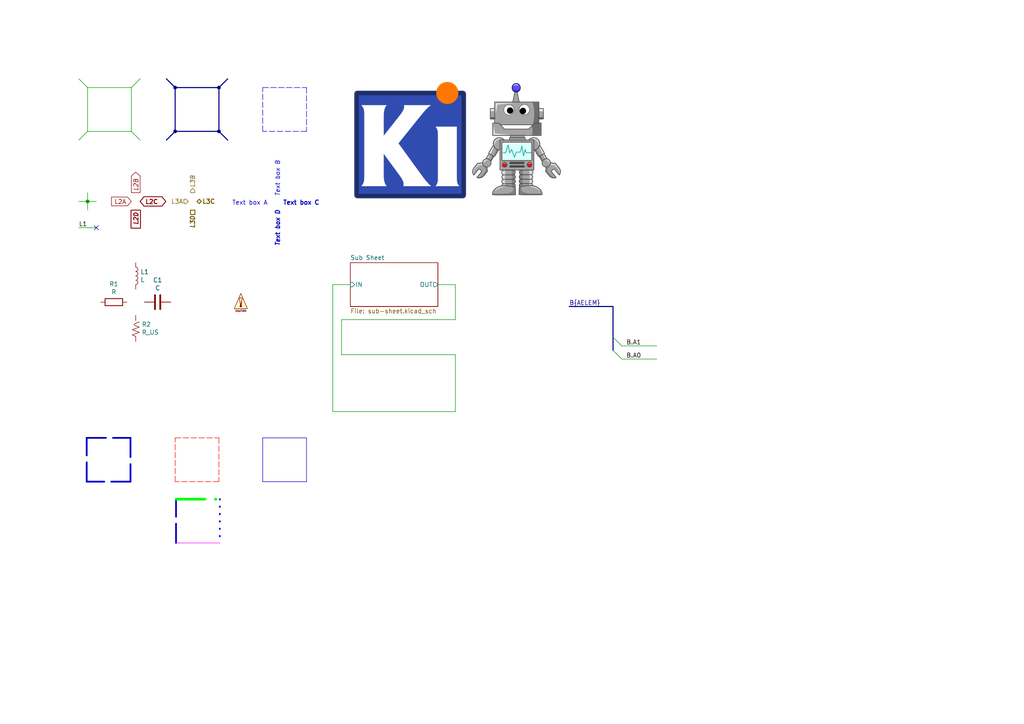
<source format=kicad_sch>
(kicad_sch (version 20211123) (generator eeschema)
  (paper "A4")
  (title_block (title "Title") (date "2020-08-12") (rev "r1B") (company "Company") (comment 1 "Comment 1") (comment 2 "Comment 2") (comment 3 "Comment 3") (comment 4 "@Comment4@"))
  (lib_symbols
    (symbol "Device:C" (pin_numbers hide) (pin_names (offset 0.254))
      (property "Reference" "C" (at 0.635 2.54 0))
      (property "Value" "C" (at 0.635 -2.54 0))
      (symbol "C_0_1"
        (polyline (pts (xy -2.032 -0.762) (xy 2.032 -0.762)) (stroke (width 0.508)))
        (polyline (pts (xy -2.032 0.762) (xy 2.032 0.762)) (stroke (width 0.508)))
      )
      (symbol "C_1_1"
        (pin passive line (at 0 3.81 270) (length 2.794) (name "~") (number "1"))
        (pin passive line (at 0 -3.81 90) (length 2.794) (name "~") (number "2"))
      )
    )
    (symbol "Device:L" (pin_numbers hide) (pin_names (offset 1.016) hide)
      (property "Reference" "L" (at -1.27 0 90))
      (property "Value" "L" (at 1.905 0 90))
      (symbol "L_0_1"
        (arc (start 0 -2.54) (mid 0.635 -1.905) (end 0 -1.27))
        (arc (start 0 -1.27) (mid 0.635 -0.635) (end 0 0))
        (arc (start 0 0) (mid 0.635 0.635) (end 0 1.27))
        (arc (start 0 1.27) (mid 0.635 1.905) (end 0 2.54))
      )
      (symbol "L_1_1"
        (pin passive line (at 0 3.81 270) (length 1.27) (name "1") (number "1"))
        (pin passive line (at 0 -3.81 90) (length 1.27) (name "2") (number "2"))
      )
    )
    (symbol "Device:R_US" (pin_numbers hide) (pin_names (offset 0))
      (property "Reference" "R" (at 2.54 0 90))
      (property "Value" "R_US" (at -2.54 0 90))
      (symbol "R_US_0_0"
        (bezier (pts (xy 0 -0.762) (xy 1.016 -1.143) (xy 0 -1.524) (xy -1.016 -1.905)))
        (polyline (pts (xy 0 -2.286) (xy 0 -2.54)))
        (polyline (pts (xy 0 2.286) (xy 0 2.54)))
        (polyline (pts (xy 0 0.762) (xy 1.016 0.381) (xy 0 0) (xy -1.016 -0.381) (xy 0 -0.762)))
        (polyline (pts (xy 0 2.286) (xy 1.016 1.905) (xy 0 1.524) (xy -1.016 1.143) (xy 0 0.762)))
      )
      (symbol "R_US_1_1"
        (pin passive line (at 0 3.81 270) (length 1.27) (name "~") (number "1"))
        (pin passive line (at 0 -3.81 90) (length 1.27) (name "~") (number "2"))
      )
      (symbol "R_US_1_2"
        (pin passive line (at 0 3.81 270) (length 1.27) (name "~") (number "1"))
        (pin passive line (at 0 -3.81 90) (length 1.27) (name "~") (number "2"))
      )
    )
    (symbol "l1:Resistor" (pin_numbers hide) (pin_names (offset 0))
      (property "Reference" "R" (at 2.032 0 90))
      (property "Value" "Resistor" (at 0 0 90))
      (symbol "Resistor_0_1"
        (rectangle (start -1.016 -2.54) (end 1.016 2.54) (stroke (width 0.254)))
      )
      (symbol "Resistor_1_1"
        (pin passive line (at 0 3.81 270) (length 1.27) (name "~") (number "1"))
        (pin passive line (at 0 -3.81 90) (length 1.27) (name "~") (number "2"))
      )
    )
    (symbol "l1:SYM_CAUTION" (pin_names (offset 1.016))
      (symbol "SYM_CAUTION_0_0"
        (circle (center 0 -1.1684) (radius 0.254) (fill (type outline)))
        (polyline (pts (xy -0.127 -0.762) (xy -0.381 1.016)) (fill (type outline)))
        (polyline (pts (xy -0.127 -0.762) (xy 0.127 -0.762) (xy 0.381 1.016)) (fill (type outline)))
        (polyline (pts (xy -1.27 -1.905) (xy 1.905 -1.905) (xy 0 2.54) (xy -1.905 -1.905) (xy -1.27 -1.905)) (fill (type background)))
        (arc (start 0.381 1.016) (mid 0 1.2906) (end -0.381 1.016))
        (text "CAUTION" (at 0 -2.54 0) (effects (font (size 0.508 0.508) italic)))
      )
    )
  )
  (bus_alias "AELEM" (members "A1" "A0"))
  (junction (at 63.5 25.4))
  (junction (at 63.5 38.1))
  (junction (at 25.4 58.42))
  (junction (at 50.8 38.1))
  (junction (at 50.8 25.4))
  (no_connect (at 27.94 66.04))
  (bus_entry (at 177.8 101.6) (size 2.54 2.54))
  (bus_entry (at 177.8 97.79) (size 2.54 2.54))
  (bus_entry (at 25.4 25.4) (size -2.54 -2.54))
  (bus_entry (at 38.1 38.1) (size 2.54 2.54))
  (bus_entry (at 25.4 38.1) (size -2.54 2.54))
  (bus_entry (at 38.1 25.4) (size 2.54 -2.54))
  (wire (pts (xy 99.06 92.71) (xy 99.06 102.87)))
  (polyline (pts (xy 25.146 127) (xy 37.846 127)) (stroke (width 0.508)))
  (polyline (pts (xy 88.9 25.4) (xy 88.9 38.1)))
  (polyline (pts (xy 37.846 139.7) (xy 25.146 139.7)) (stroke (width 0.508)))
  (wire (pts (xy 38.1 38.1) (xy 25.4 38.1)))
  (polyline (pts (xy 88.9 139.7) (xy 76.2 139.7)) (stroke (width 0) (type solid)))
  (wire (pts (xy 132.08 119.38) (xy 96.52 119.38)))
  (polyline (pts (xy 50.8 139.7) (xy 50.8 127)) (stroke (width 0) (color 255 0 0 1)))
  (polyline (pts (xy 37.846 127) (xy 37.846 139.7)) (stroke (width 0.508)))
  (bus (pts (xy 177.8 88.9) (xy 177.8 97.79)))
  (polyline (pts (xy 76.2 127) (xy 88.9 127)) (stroke (width 0) (type solid)))
  (wire (pts (xy 25.4 58.42) (xy 27.94 58.42)))
  (bus (pts (xy 50.8 25.4) (xy 48.26 22.86)))
  (wire (pts (xy 96.52 82.55) (xy 101.6 82.55)))
  (wire (pts (xy 132.08 82.55) (xy 132.08 92.71)))
  (wire (pts (xy 22.86 58.42) (xy 25.4 58.42)))
  (polyline (pts (xy 51.054 144.78) (xy 63.754 144.78)) (stroke (width 0.762) (type dash_dot) (color 0 255 0 1)))
  (polyline (pts (xy 76.2 25.4) (xy 88.9 25.4)))
  (bus (pts (xy 50.8 38.1) (xy 48.26 40.64)))
  (bus (pts (xy 63.5 38.1) (xy 66.04 40.64)))
  (polyline (pts (xy 50.8 127) (xy 63.5 127)) (stroke (width 0) (color 255 0 0 1)))
  (wire (pts (xy 132.08 102.87) (xy 132.08 119.38)))
  (wire (pts (xy 99.06 102.87) (xy 132.08 102.87)))
  (bus (pts (xy 63.5 25.4) (xy 63.5 38.1)))
  (wire (pts (xy 25.4 25.4) (xy 38.1 25.4)))
  (polyline (pts (xy 88.9 127) (xy 88.9 139.7)) (stroke (width 0) (type solid)))
  (wire (pts (xy 180.34 104.14) (xy 190.5 104.14)))
  (polyline (pts (xy 76.2 139.7) (xy 76.2 127)) (stroke (width 0) (type solid)))
  (polyline (pts (xy 51.054 157.48) (xy 51.054 144.78)) (stroke (width 0.508)))
  (wire (pts (xy 127 82.55) (xy 132.08 82.55)))
  (polyline (pts (xy 76.2 38.1) (xy 76.2 25.4)))
  (bus (pts (xy 177.8 97.79) (xy 177.8 101.6)))
  (bus (pts (xy 63.5 25.4) (xy 66.04 22.86)))
  (wire (pts (xy 180.34 100.33) (xy 190.5 100.33)))
  (wire (pts (xy 22.86 66.04) (xy 27.94 66.04)))
  (polyline (pts (xy 63.5 139.7) (xy 50.8 139.7)) (stroke (width 0) (color 255 0 0 1)))
  (bus (pts (xy 50.8 25.4) (xy 63.5 25.4)))
  (wire (pts (xy 25.4 58.42) (xy 25.4 60.96)))
  (wire (pts (xy 38.1 25.4) (xy 38.1 38.1)))
  (wire (pts (xy 132.08 92.71) (xy 99.06 92.71)))
  (wire (pts (xy 96.52 119.38) (xy 96.52 82.55)))
  (bus (pts (xy 165.1 88.9) (xy 177.8 88.9)))
  (polyline (pts (xy 63.754 157.48) (xy 51.054 157.48)) (stroke (width 0) (type solid) (color 255 0 255 1)))
  (polyline (pts (xy 88.9 38.1) (xy 76.2 38.1)))
  (polyline (pts (xy 25.146 139.7) (xy 25.146 127)) (stroke (width 0.508)))
  (wire (pts (xy 25.4 38.1) (xy 25.4 25.4)))
  (polyline (pts (xy 63.754 144.78) (xy 63.754 157.48)) (stroke (width 0.508) (type dot)))
  (bus (pts (xy 50.8 38.1) (xy 50.8 25.4)))
  (bus (pts (xy 63.5 38.1) (xy 50.8 38.1)))
  (polyline (pts (xy 63.5 127) (xy 63.5 139.7)) (stroke (width 0) (color 255 0 0 1)))
  (wire (pts (xy 25.4 55.88) (xy 25.4 58.42)))
  (image (at 133.35 40.64))
  (text "Text box B" (at 81.28 57.15 90) (effects (font (size 1.27 1.27) italic) (justify left bottom)))
  (text "Text box A" (at 67.31 59.69 0) (effects (font (size 1.27 1.27)) (justify left bottom)))
  (text "Text box C" (at 92.71 59.69 180) (effects (font (size 1.27 1.27) (thickness 0.254) bold) (justify right bottom)))
  (text "Text box D" (at 81.28 60.96 270) (effects (font (size 1.27 1.27) (thickness 0.254) bold italic) (justify right bottom)))
  (label "B.A0" (at 181.61 104.14 0))
  (label "B.A1" (at 181.61 100.33 0))
  (label "L1" (at 22.86 66.04 0))
  (label "B{AELEM}" (at 165.1 88.9 0))
  (global_label "L2B" (shape output) (at 39.37 55.88 90) (effects (font italic)) (property "Intersheet References" "${INTERSHEET_REFS}" (effects hide)))
  (global_label "L2A" (shape input) (at 38.1 58.42 180) (property "Intersheet References" "${INTERSHEET_REFS}" (effects hide)))
  (global_label "L2C" (shape bidirectional) (at 40.64 58.42 0) (effects (font (thickness 0.254) bold)) (property "Intersheet References" "${INTERSHEET_REFS}" (effects hide)))
  (global_label "L2D" (shape passive) (at 39.37 60.96 270) (effects (font (thickness 0.254) bold italic)) (property "Intersheet References" "${INTERSHEET_REFS}" (effects hide)))
  (hierarchical_label "L3B" (shape output) (at 55.88 55.88 90) (effects (font italic)))
  (hierarchical_label "L3C" (shape bidirectional) (at 57.15 58.42 0) (effects (font (thickness 0.254) bold)))
  (hierarchical_label "L3A" (shape input) (at 54.61 58.42 180))
  (hierarchical_label "L3D" (shape passive) (at 55.88 60.96 270) (effects (font (thickness 0.254) bold italic)))
  (symbol (lib_id "l1:Resistor") (at 33.02 87.63 270) (unit 1)
    (property "Reference" "R1" (at 33.02 82.3722 90))
    (property "Value" "R" (at 33.02 84.6836 90))
    (property "Test" "Hi! \"quoted text\"" (effects hide))
  )
  (symbol (lib_id "Device:L") (at 39.37 80.01 0) (unit 1)
    (property "Reference" "L1" (at 40.7162 78.8416 0) (effects (justify left)))
    (property "Value" "L" (at 40.7162 81.153 0) (effects (justify left)))
  )
  (symbol (lib_id "Device:C") (at 45.72 87.63 90) (unit 1)
    (property "Reference" "C1" (at 45.72 81.2292 90))
    (property "Value" "C" (at 45.72 83.5406 90))
  )
  (symbol (lib_id "Device:R_US") (at 39.37 95.25 180) (unit 1) (convert 2)
    (property "Reference" "R2" (at 41.0972 94.0816 0) (effects (justify right)))
    (property "Value" "R_US" (at 41.0972 96.393 0) (effects (justify right)))
  )
  (symbol (lib_id "l1:SYM_CAUTION") (at 69.85 87.63 0) (unit 1)
    (property "Reference" "#SYM_CAUTION1" (effects hide))
    (property "Value" "SYM_CAUTION" (effects hide))
  )
  (sheet (at 101.6 76.2) (size 25.4 12.7)
    (property "Sheet name" "Sub Sheet" (at 101.6 75.4884 0) (effects (justify left bottom)))
    (property "Sheet file" "sub-sheet.kicad_sch" (at 101.6 89.4846 0) (effects (justify left top)))
    (pin "OUT" output (at 127 82.55 0))
    (pin "IN" input (at 101.6 82.55 180))
  )
)
</source>
